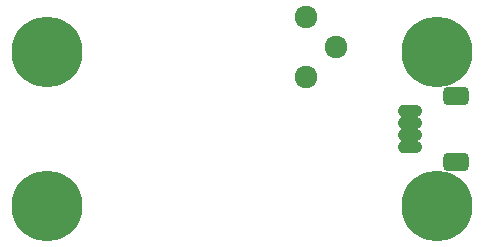
<source format=gbr>
%TF.GenerationSoftware,KiCad,Pcbnew,7.0.9*%
%TF.CreationDate,2024-10-15T17:03:29-06:00*%
%TF.ProjectId,howland,686f776c-616e-4642-9e6b-696361645f70,rev?*%
%TF.SameCoordinates,Original*%
%TF.FileFunction,Soldermask,Bot*%
%TF.FilePolarity,Negative*%
%FSLAX46Y46*%
G04 Gerber Fmt 4.6, Leading zero omitted, Abs format (unit mm)*
G04 Created by KiCad (PCBNEW 7.0.9) date 2024-10-15 17:03:29*
%MOMM*%
%LPD*%
G01*
G04 APERTURE LIST*
G04 Aperture macros list*
%AMRoundRect*
0 Rectangle with rounded corners*
0 $1 Rounding radius*
0 $2 $3 $4 $5 $6 $7 $8 $9 X,Y pos of 4 corners*
0 Add a 4 corners polygon primitive as box body*
4,1,4,$2,$3,$4,$5,$6,$7,$8,$9,$2,$3,0*
0 Add four circle primitives for the rounded corners*
1,1,$1+$1,$2,$3*
1,1,$1+$1,$4,$5*
1,1,$1+$1,$6,$7*
1,1,$1+$1,$8,$9*
0 Add four rect primitives between the rounded corners*
20,1,$1+$1,$2,$3,$4,$5,0*
20,1,$1+$1,$4,$5,$6,$7,0*
20,1,$1+$1,$6,$7,$8,$9,0*
20,1,$1+$1,$8,$9,$2,$3,0*%
G04 Aperture macros list end*
%ADD10C,6.000000*%
%ADD11C,1.920000*%
%ADD12RoundRect,0.350000X-0.625000X0.150000X-0.625000X-0.150000X0.625000X-0.150000X0.625000X0.150000X0*%
%ADD13RoundRect,0.450000X-0.650000X0.350000X-0.650000X-0.350000X0.650000X-0.350000X0.650000X0.350000X0*%
G04 APERTURE END LIST*
D10*
%TO.C,MH1*%
X103000000Y-84000000D03*
%TD*%
%TO.C,MH2*%
X136000000Y-84000000D03*
%TD*%
%TO.C,MH3*%
X103000000Y-97000000D03*
%TD*%
%TO.C,MH4*%
X136000000Y-97000000D03*
%TD*%
D11*
%TO.C,RV1*%
X124930000Y-86100000D03*
X127470000Y-83560000D03*
X124930000Y-81020000D03*
%TD*%
D12*
%TO.C,J3*%
X133750000Y-89000000D03*
X133750000Y-90000000D03*
X133750000Y-91000000D03*
X133750000Y-92000000D03*
D13*
X137625000Y-87700000D03*
X137625000Y-93300000D03*
%TD*%
M02*

</source>
